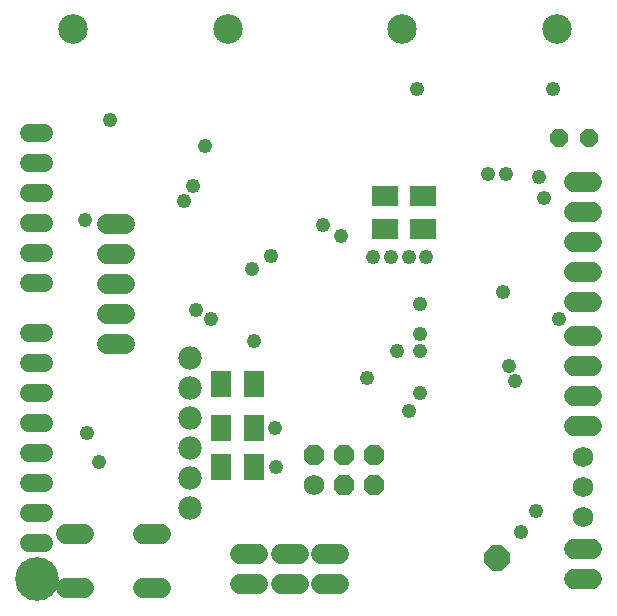
<source format=gbs>
G75*
%MOIN*%
%OFA0B0*%
%FSLAX25Y25*%
%IPPOS*%
%LPD*%
%AMOC8*
5,1,8,0,0,1.08239X$1,22.5*
%
%ADD10OC8,0.06000*%
%ADD11R,0.08674X0.07099*%
%ADD12C,0.06800*%
%ADD13C,0.09855*%
%ADD14C,0.06800*%
%ADD15OC8,0.08400*%
%ADD16OC8,0.06800*%
%ADD17R,0.07099X0.08674*%
%ADD18C,0.07800*%
%ADD19C,0.05950*%
%ADD20C,0.14580*%
%ADD21C,0.04762*%
D10*
X0188976Y0186948D03*
X0198976Y0186948D03*
D11*
X0143780Y0167696D03*
X0143780Y0156673D03*
X0130984Y0156673D03*
X0130984Y0167696D03*
D12*
X0030633Y0037143D02*
X0024633Y0037143D01*
X0024633Y0054943D02*
X0030633Y0054943D01*
X0050233Y0054943D02*
X0056233Y0054943D01*
X0056233Y0037143D02*
X0050233Y0037143D01*
X0082709Y0038582D02*
X0088709Y0038582D01*
X0096488Y0038582D02*
X0102488Y0038582D01*
X0109776Y0038582D02*
X0115776Y0038582D01*
X0115776Y0048582D02*
X0109776Y0048582D01*
X0102488Y0048582D02*
X0096488Y0048582D01*
X0088709Y0048582D02*
X0082709Y0048582D01*
X0044417Y0118562D02*
X0038417Y0118562D01*
X0038417Y0128562D02*
X0044417Y0128562D01*
X0044417Y0138562D02*
X0038417Y0138562D01*
X0038417Y0148562D02*
X0044417Y0148562D01*
X0044417Y0158562D02*
X0038417Y0158562D01*
X0193929Y0162342D02*
X0199929Y0162342D01*
X0199929Y0172342D02*
X0193929Y0172342D01*
X0193929Y0152342D02*
X0199929Y0152342D01*
X0199929Y0142342D02*
X0193929Y0142342D01*
X0193929Y0132342D02*
X0199929Y0132342D01*
X0199929Y0121082D02*
X0193929Y0121082D01*
X0193929Y0111082D02*
X0199929Y0111082D01*
X0199929Y0101082D02*
X0193929Y0101082D01*
X0193929Y0091082D02*
X0199929Y0091082D01*
X0199929Y0050058D02*
X0193929Y0050058D01*
X0193929Y0040058D02*
X0199929Y0040058D01*
D13*
X0188465Y0223484D03*
X0136732Y0223484D03*
X0078740Y0223484D03*
X0027008Y0223484D03*
D14*
X0107205Y0071554D03*
X0196929Y0070649D03*
X0196929Y0080649D03*
X0196929Y0060649D03*
D15*
X0168386Y0047027D03*
D16*
X0127205Y0071554D03*
X0127205Y0081554D03*
X0117205Y0081554D03*
X0117205Y0071554D03*
X0107205Y0081554D03*
D17*
X0087283Y0077539D03*
X0076260Y0077539D03*
X0076260Y0090334D03*
X0087283Y0090334D03*
X0087283Y0105098D03*
X0076260Y0105098D03*
D18*
X0066102Y0103877D03*
X0066102Y0093877D03*
X0066102Y0083877D03*
X0066102Y0073877D03*
X0066102Y0063877D03*
X0066102Y0113877D03*
D19*
X0017417Y0112027D02*
X0012268Y0112027D01*
X0012268Y0122027D02*
X0017417Y0122027D01*
X0017417Y0138759D02*
X0012268Y0138759D01*
X0012268Y0148759D02*
X0017417Y0148759D01*
X0017417Y0158759D02*
X0012268Y0158759D01*
X0012268Y0168759D02*
X0017417Y0168759D01*
X0017417Y0178759D02*
X0012268Y0178759D01*
X0012268Y0188759D02*
X0017417Y0188759D01*
X0017417Y0102027D02*
X0012268Y0102027D01*
X0012268Y0092027D02*
X0017417Y0092027D01*
X0017417Y0082027D02*
X0012268Y0082027D01*
X0012268Y0072027D02*
X0017417Y0072027D01*
X0017417Y0062027D02*
X0012268Y0062027D01*
X0012268Y0052027D02*
X0017417Y0052027D01*
D20*
X0014843Y0039940D03*
D21*
X0035512Y0079015D03*
X0031575Y0088858D03*
X0067992Y0129704D03*
X0072913Y0126751D03*
X0087185Y0119369D03*
X0086693Y0143484D03*
X0093091Y0147913D03*
X0110315Y0158247D03*
X0116220Y0154310D03*
X0127047Y0147421D03*
X0132953Y0147421D03*
X0138858Y0147421D03*
X0144764Y0147421D03*
X0142795Y0131673D03*
X0142795Y0121830D03*
X0142795Y0115925D03*
X0134921Y0115925D03*
X0125079Y0107066D03*
X0138858Y0096239D03*
X0142795Y0102145D03*
X0170354Y0135610D03*
X0172323Y0111003D03*
X0174291Y0106082D03*
X0189055Y0126751D03*
X0184134Y0167106D03*
X0182165Y0173995D03*
X0171339Y0174980D03*
X0165433Y0174980D03*
X0187087Y0203523D03*
X0141811Y0203523D03*
X0070945Y0184330D03*
X0067008Y0171043D03*
X0064055Y0166121D03*
X0039449Y0193188D03*
X0031083Y0159724D03*
X0094399Y0090334D03*
X0094567Y0077539D03*
X0176260Y0055885D03*
X0181181Y0062775D03*
M02*

</source>
